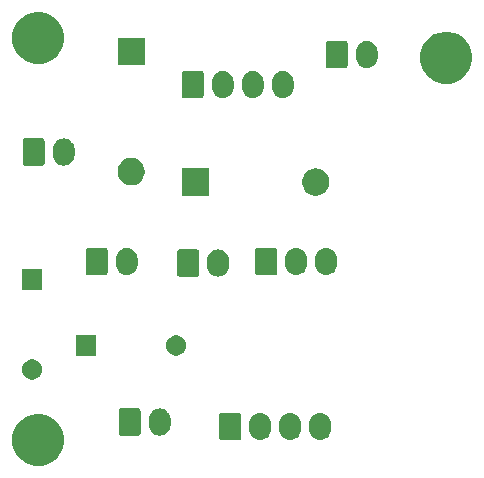
<source format=gbr>
G04 #@! TF.GenerationSoftware,KiCad,Pcbnew,(5.1.5-0-10_14)*
G04 #@! TF.CreationDate,2021-03-15T05:51:44+10:00*
G04 #@! TF.ProjectId,OH - Left Console - 14 - Auxiliary Power Unit Panel,4f48202d-204c-4656-9674-20436f6e736f,rev?*
G04 #@! TF.SameCoordinates,Original*
G04 #@! TF.FileFunction,Soldermask,Bot*
G04 #@! TF.FilePolarity,Negative*
%FSLAX46Y46*%
G04 Gerber Fmt 4.6, Leading zero omitted, Abs format (unit mm)*
G04 Created by KiCad (PCBNEW (5.1.5-0-10_14)) date 2021-03-15 05:51:44*
%MOMM*%
%LPD*%
G04 APERTURE LIST*
%ADD10C,0.100000*%
G04 APERTURE END LIST*
D10*
G36*
X142120007Y-78782582D02*
G01*
X142520563Y-78948498D01*
X142520565Y-78948499D01*
X142881056Y-79189371D01*
X143187629Y-79495944D01*
X143428501Y-79856435D01*
X143428502Y-79856437D01*
X143594418Y-80256993D01*
X143679000Y-80682219D01*
X143679000Y-81115781D01*
X143594418Y-81541007D01*
X143428502Y-81941563D01*
X143428501Y-81941565D01*
X143187629Y-82302056D01*
X142881056Y-82608629D01*
X142520565Y-82849501D01*
X142520564Y-82849502D01*
X142520563Y-82849502D01*
X142120007Y-83015418D01*
X141694781Y-83100000D01*
X141261219Y-83100000D01*
X140835993Y-83015418D01*
X140435437Y-82849502D01*
X140435436Y-82849502D01*
X140435435Y-82849501D01*
X140074944Y-82608629D01*
X139768371Y-82302056D01*
X139527499Y-81941565D01*
X139527498Y-81941563D01*
X139361582Y-81541007D01*
X139277000Y-81115781D01*
X139277000Y-80682219D01*
X139361582Y-80256993D01*
X139527498Y-79856437D01*
X139527499Y-79856435D01*
X139768371Y-79495944D01*
X140074944Y-79189371D01*
X140435435Y-78948499D01*
X140435437Y-78948498D01*
X140835993Y-78782582D01*
X141261219Y-78698000D01*
X141694781Y-78698000D01*
X142120007Y-78782582D01*
G37*
G36*
X160454547Y-78618326D02*
G01*
X160628156Y-78670990D01*
X160628158Y-78670991D01*
X160788155Y-78756511D01*
X160928397Y-78871603D01*
X160991502Y-78948498D01*
X161043489Y-79011844D01*
X161129010Y-79171843D01*
X161181674Y-79345452D01*
X161195000Y-79480756D01*
X161195000Y-80031243D01*
X161181674Y-80166548D01*
X161129010Y-80340157D01*
X161043489Y-80500156D01*
X161026452Y-80520915D01*
X160928397Y-80640397D01*
X160831729Y-80719729D01*
X160788156Y-80755489D01*
X160628157Y-80841010D01*
X160454548Y-80893674D01*
X160274000Y-80911456D01*
X160093453Y-80893674D01*
X159919844Y-80841010D01*
X159759845Y-80755489D01*
X159716272Y-80719729D01*
X159619604Y-80640397D01*
X159504513Y-80500157D01*
X159504512Y-80500155D01*
X159418990Y-80340157D01*
X159366326Y-80166548D01*
X159353000Y-80031244D01*
X159353000Y-79480757D01*
X159366326Y-79345453D01*
X159418990Y-79171844D01*
X159504511Y-79011845D01*
X159504512Y-79011844D01*
X159619603Y-78871603D01*
X159716271Y-78792271D01*
X159759844Y-78756511D01*
X159919843Y-78670990D01*
X160093452Y-78618326D01*
X160274000Y-78600544D01*
X160454547Y-78618326D01*
G37*
G36*
X162994547Y-78618326D02*
G01*
X163168156Y-78670990D01*
X163168158Y-78670991D01*
X163328155Y-78756511D01*
X163468397Y-78871603D01*
X163531502Y-78948498D01*
X163583489Y-79011844D01*
X163669010Y-79171843D01*
X163721674Y-79345452D01*
X163735000Y-79480756D01*
X163735000Y-80031243D01*
X163721674Y-80166548D01*
X163669010Y-80340157D01*
X163583489Y-80500156D01*
X163566452Y-80520915D01*
X163468397Y-80640397D01*
X163371729Y-80719729D01*
X163328156Y-80755489D01*
X163168157Y-80841010D01*
X162994548Y-80893674D01*
X162814000Y-80911456D01*
X162633453Y-80893674D01*
X162459844Y-80841010D01*
X162299845Y-80755489D01*
X162256272Y-80719729D01*
X162159604Y-80640397D01*
X162044513Y-80500157D01*
X162044512Y-80500155D01*
X161958990Y-80340157D01*
X161906326Y-80166548D01*
X161893000Y-80031244D01*
X161893000Y-79480757D01*
X161906326Y-79345453D01*
X161958990Y-79171844D01*
X162044511Y-79011845D01*
X162044512Y-79011844D01*
X162159603Y-78871603D01*
X162256271Y-78792271D01*
X162299844Y-78756511D01*
X162459843Y-78670990D01*
X162633452Y-78618326D01*
X162814000Y-78600544D01*
X162994547Y-78618326D01*
G37*
G36*
X165534547Y-78618326D02*
G01*
X165708156Y-78670990D01*
X165708158Y-78670991D01*
X165868155Y-78756511D01*
X166008397Y-78871603D01*
X166071502Y-78948498D01*
X166123489Y-79011844D01*
X166209010Y-79171843D01*
X166261674Y-79345452D01*
X166275000Y-79480756D01*
X166275000Y-80031243D01*
X166261674Y-80166548D01*
X166209010Y-80340157D01*
X166123489Y-80500156D01*
X166106452Y-80520915D01*
X166008397Y-80640397D01*
X165911729Y-80719729D01*
X165868156Y-80755489D01*
X165708157Y-80841010D01*
X165534548Y-80893674D01*
X165354000Y-80911456D01*
X165173453Y-80893674D01*
X164999844Y-80841010D01*
X164839845Y-80755489D01*
X164796272Y-80719729D01*
X164699604Y-80640397D01*
X164584513Y-80500157D01*
X164584512Y-80500155D01*
X164498990Y-80340157D01*
X164446326Y-80166548D01*
X164433000Y-80031244D01*
X164433000Y-79480757D01*
X164446326Y-79345453D01*
X164498990Y-79171844D01*
X164584511Y-79011845D01*
X164584512Y-79011844D01*
X164699603Y-78871603D01*
X164796271Y-78792271D01*
X164839844Y-78756511D01*
X164999843Y-78670990D01*
X165173452Y-78618326D01*
X165354000Y-78600544D01*
X165534547Y-78618326D01*
G37*
G36*
X158513561Y-78608966D02*
G01*
X158546383Y-78618923D01*
X158576632Y-78635092D01*
X158603148Y-78656852D01*
X158624908Y-78683368D01*
X158641077Y-78713617D01*
X158651034Y-78746439D01*
X158655000Y-78786713D01*
X158655000Y-80725287D01*
X158651034Y-80765561D01*
X158641077Y-80798383D01*
X158624908Y-80828632D01*
X158603148Y-80855148D01*
X158576632Y-80876908D01*
X158546383Y-80893077D01*
X158513561Y-80903034D01*
X158473287Y-80907000D01*
X156994713Y-80907000D01*
X156954439Y-80903034D01*
X156921617Y-80893077D01*
X156891368Y-80876908D01*
X156864852Y-80855148D01*
X156843092Y-80828632D01*
X156826923Y-80798383D01*
X156816966Y-80765561D01*
X156813000Y-80725287D01*
X156813000Y-78786713D01*
X156816966Y-78746439D01*
X156826923Y-78713617D01*
X156843092Y-78683368D01*
X156864852Y-78656852D01*
X156891368Y-78635092D01*
X156921617Y-78618923D01*
X156954439Y-78608966D01*
X156994713Y-78605000D01*
X158473287Y-78605000D01*
X158513561Y-78608966D01*
G37*
G36*
X151945547Y-78237326D02*
G01*
X152119156Y-78289990D01*
X152119158Y-78289991D01*
X152279155Y-78375511D01*
X152419397Y-78490603D01*
X152498729Y-78587271D01*
X152534489Y-78630844D01*
X152578732Y-78713617D01*
X152617803Y-78786713D01*
X152620010Y-78790843D01*
X152672674Y-78964452D01*
X152686000Y-79099756D01*
X152686000Y-79650243D01*
X152672674Y-79785548D01*
X152620010Y-79959157D01*
X152534489Y-80119156D01*
X152498729Y-80162729D01*
X152419397Y-80259397D01*
X152322729Y-80338729D01*
X152279156Y-80374489D01*
X152119157Y-80460010D01*
X151945548Y-80512674D01*
X151765000Y-80530456D01*
X151584453Y-80512674D01*
X151410844Y-80460010D01*
X151250845Y-80374489D01*
X151207272Y-80338729D01*
X151110604Y-80259397D01*
X150995513Y-80119157D01*
X150995512Y-80119155D01*
X150909990Y-79959157D01*
X150857326Y-79785548D01*
X150844000Y-79650244D01*
X150844000Y-79099757D01*
X150857326Y-78964453D01*
X150909990Y-78790844D01*
X150995511Y-78630845D01*
X151012548Y-78610085D01*
X151110603Y-78490603D01*
X151236388Y-78387375D01*
X151250844Y-78375511D01*
X151410843Y-78289990D01*
X151584452Y-78237326D01*
X151765000Y-78219544D01*
X151945547Y-78237326D01*
G37*
G36*
X150004561Y-78227966D02*
G01*
X150037383Y-78237923D01*
X150067632Y-78254092D01*
X150094148Y-78275852D01*
X150115908Y-78302368D01*
X150132077Y-78332617D01*
X150142034Y-78365439D01*
X150146000Y-78405713D01*
X150146000Y-80344287D01*
X150142034Y-80384561D01*
X150132077Y-80417383D01*
X150115908Y-80447632D01*
X150094148Y-80474148D01*
X150067632Y-80495908D01*
X150037383Y-80512077D01*
X150004561Y-80522034D01*
X149964287Y-80526000D01*
X148485713Y-80526000D01*
X148445439Y-80522034D01*
X148412617Y-80512077D01*
X148382368Y-80495908D01*
X148355852Y-80474148D01*
X148334092Y-80447632D01*
X148317923Y-80417383D01*
X148307966Y-80384561D01*
X148304000Y-80344287D01*
X148304000Y-78405713D01*
X148307966Y-78365439D01*
X148317923Y-78332617D01*
X148334092Y-78302368D01*
X148355852Y-78275852D01*
X148382368Y-78254092D01*
X148412617Y-78237923D01*
X148445439Y-78227966D01*
X148485713Y-78224000D01*
X149964287Y-78224000D01*
X150004561Y-78227966D01*
G37*
G36*
X141218228Y-74111703D02*
G01*
X141373100Y-74175853D01*
X141512481Y-74268985D01*
X141631015Y-74387519D01*
X141724147Y-74526900D01*
X141788297Y-74681772D01*
X141821000Y-74846184D01*
X141821000Y-75013816D01*
X141788297Y-75178228D01*
X141724147Y-75333100D01*
X141631015Y-75472481D01*
X141512481Y-75591015D01*
X141373100Y-75684147D01*
X141218228Y-75748297D01*
X141053816Y-75781000D01*
X140886184Y-75781000D01*
X140721772Y-75748297D01*
X140566900Y-75684147D01*
X140427519Y-75591015D01*
X140308985Y-75472481D01*
X140215853Y-75333100D01*
X140151703Y-75178228D01*
X140119000Y-75013816D01*
X140119000Y-74846184D01*
X140151703Y-74681772D01*
X140215853Y-74526900D01*
X140308985Y-74387519D01*
X140427519Y-74268985D01*
X140566900Y-74175853D01*
X140721772Y-74111703D01*
X140886184Y-74079000D01*
X141053816Y-74079000D01*
X141218228Y-74111703D01*
G37*
G36*
X146393000Y-73749000D02*
G01*
X144691000Y-73749000D01*
X144691000Y-72047000D01*
X146393000Y-72047000D01*
X146393000Y-73749000D01*
G37*
G36*
X153410228Y-72079703D02*
G01*
X153565100Y-72143853D01*
X153704481Y-72236985D01*
X153823015Y-72355519D01*
X153916147Y-72494900D01*
X153980297Y-72649772D01*
X154013000Y-72814184D01*
X154013000Y-72981816D01*
X153980297Y-73146228D01*
X153916147Y-73301100D01*
X153823015Y-73440481D01*
X153704481Y-73559015D01*
X153565100Y-73652147D01*
X153410228Y-73716297D01*
X153245816Y-73749000D01*
X153078184Y-73749000D01*
X152913772Y-73716297D01*
X152758900Y-73652147D01*
X152619519Y-73559015D01*
X152500985Y-73440481D01*
X152407853Y-73301100D01*
X152343703Y-73146228D01*
X152311000Y-72981816D01*
X152311000Y-72814184D01*
X152343703Y-72649772D01*
X152407853Y-72494900D01*
X152500985Y-72355519D01*
X152619519Y-72236985D01*
X152758900Y-72143853D01*
X152913772Y-72079703D01*
X153078184Y-72047000D01*
X153245816Y-72047000D01*
X153410228Y-72079703D01*
G37*
G36*
X141821000Y-68161000D02*
G01*
X140119000Y-68161000D01*
X140119000Y-66459000D01*
X141821000Y-66459000D01*
X141821000Y-68161000D01*
G37*
G36*
X156898547Y-64775326D02*
G01*
X157072156Y-64827990D01*
X157072158Y-64827991D01*
X157232155Y-64913511D01*
X157372397Y-65028603D01*
X157451729Y-65125271D01*
X157487489Y-65168844D01*
X157573010Y-65328843D01*
X157625674Y-65502452D01*
X157639000Y-65637756D01*
X157639000Y-66188243D01*
X157625674Y-66323548D01*
X157573010Y-66497157D01*
X157487489Y-66657156D01*
X157451729Y-66700729D01*
X157372397Y-66797397D01*
X157296741Y-66859485D01*
X157232156Y-66912489D01*
X157072157Y-66998010D01*
X156898548Y-67050674D01*
X156718000Y-67068456D01*
X156537453Y-67050674D01*
X156363844Y-66998010D01*
X156203845Y-66912489D01*
X156139260Y-66859485D01*
X156063604Y-66797397D01*
X155948513Y-66657157D01*
X155948512Y-66657155D01*
X155862990Y-66497157D01*
X155810326Y-66323548D01*
X155797818Y-66196546D01*
X155797000Y-66188245D01*
X155797000Y-65637756D01*
X155809508Y-65510756D01*
X155810326Y-65502453D01*
X155862990Y-65328844D01*
X155948511Y-65168845D01*
X155948512Y-65168844D01*
X156063603Y-65028603D01*
X156189388Y-64925375D01*
X156203844Y-64913511D01*
X156363843Y-64827990D01*
X156537452Y-64775326D01*
X156718000Y-64757544D01*
X156898547Y-64775326D01*
G37*
G36*
X154957561Y-64765966D02*
G01*
X154990383Y-64775923D01*
X155020632Y-64792092D01*
X155047148Y-64813852D01*
X155068908Y-64840368D01*
X155085077Y-64870617D01*
X155095034Y-64903439D01*
X155099000Y-64943713D01*
X155099000Y-66882287D01*
X155095034Y-66922561D01*
X155085077Y-66955383D01*
X155068908Y-66985632D01*
X155047148Y-67012148D01*
X155020632Y-67033908D01*
X154990383Y-67050077D01*
X154957561Y-67060034D01*
X154917287Y-67064000D01*
X153438713Y-67064000D01*
X153398439Y-67060034D01*
X153365617Y-67050077D01*
X153335368Y-67033908D01*
X153308852Y-67012148D01*
X153287092Y-66985632D01*
X153270923Y-66955383D01*
X153260966Y-66922561D01*
X153257000Y-66882287D01*
X153257000Y-64943713D01*
X153260966Y-64903439D01*
X153270923Y-64870617D01*
X153287092Y-64840368D01*
X153308852Y-64813852D01*
X153335368Y-64792092D01*
X153365617Y-64775923D01*
X153398439Y-64765966D01*
X153438713Y-64762000D01*
X154917287Y-64762000D01*
X154957561Y-64765966D01*
G37*
G36*
X149151547Y-64648326D02*
G01*
X149325156Y-64700990D01*
X149325158Y-64700991D01*
X149485155Y-64786511D01*
X149625397Y-64901603D01*
X149685650Y-64975023D01*
X149740489Y-65041844D01*
X149826010Y-65201843D01*
X149878674Y-65375452D01*
X149878674Y-65375454D01*
X149891183Y-65502455D01*
X149892000Y-65510756D01*
X149892000Y-66061243D01*
X149878674Y-66196548D01*
X149826010Y-66370157D01*
X149740489Y-66530156D01*
X149704729Y-66573729D01*
X149625397Y-66670397D01*
X149528729Y-66749729D01*
X149485156Y-66785489D01*
X149325157Y-66871010D01*
X149151548Y-66923674D01*
X148971000Y-66941456D01*
X148790453Y-66923674D01*
X148616844Y-66871010D01*
X148456845Y-66785489D01*
X148413272Y-66749729D01*
X148316604Y-66670397D01*
X148201513Y-66530157D01*
X148201512Y-66530155D01*
X148115990Y-66370157D01*
X148063326Y-66196548D01*
X148050000Y-66061244D01*
X148050000Y-65510757D01*
X148063326Y-65375453D01*
X148115990Y-65201844D01*
X148201511Y-65041845D01*
X148201512Y-65041844D01*
X148316603Y-64901603D01*
X148423529Y-64813852D01*
X148456844Y-64786511D01*
X148616843Y-64700990D01*
X148790452Y-64648326D01*
X148971000Y-64630544D01*
X149151547Y-64648326D01*
G37*
G36*
X163502547Y-64648326D02*
G01*
X163676156Y-64700990D01*
X163676158Y-64700991D01*
X163836155Y-64786511D01*
X163976397Y-64901603D01*
X164036650Y-64975023D01*
X164091489Y-65041844D01*
X164177010Y-65201843D01*
X164229674Y-65375452D01*
X164229674Y-65375454D01*
X164242183Y-65502455D01*
X164243000Y-65510756D01*
X164243000Y-66061243D01*
X164229674Y-66196548D01*
X164177010Y-66370157D01*
X164091489Y-66530156D01*
X164055729Y-66573729D01*
X163976397Y-66670397D01*
X163879729Y-66749729D01*
X163836156Y-66785489D01*
X163676157Y-66871010D01*
X163502548Y-66923674D01*
X163322000Y-66941456D01*
X163141453Y-66923674D01*
X162967844Y-66871010D01*
X162807845Y-66785489D01*
X162764272Y-66749729D01*
X162667604Y-66670397D01*
X162552513Y-66530157D01*
X162552512Y-66530155D01*
X162466990Y-66370157D01*
X162414326Y-66196548D01*
X162401000Y-66061244D01*
X162401000Y-65510757D01*
X162414326Y-65375453D01*
X162466990Y-65201844D01*
X162552511Y-65041845D01*
X162552512Y-65041844D01*
X162667603Y-64901603D01*
X162774529Y-64813852D01*
X162807844Y-64786511D01*
X162967843Y-64700990D01*
X163141452Y-64648326D01*
X163322000Y-64630544D01*
X163502547Y-64648326D01*
G37*
G36*
X166042547Y-64648326D02*
G01*
X166216156Y-64700990D01*
X166216158Y-64700991D01*
X166376155Y-64786511D01*
X166516397Y-64901603D01*
X166576650Y-64975023D01*
X166631489Y-65041844D01*
X166717010Y-65201843D01*
X166769674Y-65375452D01*
X166769674Y-65375454D01*
X166782183Y-65502455D01*
X166783000Y-65510756D01*
X166783000Y-66061243D01*
X166769674Y-66196548D01*
X166717010Y-66370157D01*
X166631489Y-66530156D01*
X166595729Y-66573729D01*
X166516397Y-66670397D01*
X166419729Y-66749729D01*
X166376156Y-66785489D01*
X166216157Y-66871010D01*
X166042548Y-66923674D01*
X165862000Y-66941456D01*
X165681453Y-66923674D01*
X165507844Y-66871010D01*
X165347845Y-66785489D01*
X165304272Y-66749729D01*
X165207604Y-66670397D01*
X165092513Y-66530157D01*
X165092512Y-66530155D01*
X165006990Y-66370157D01*
X164954326Y-66196548D01*
X164941000Y-66061244D01*
X164941000Y-65510757D01*
X164954326Y-65375453D01*
X165006990Y-65201844D01*
X165092511Y-65041845D01*
X165092512Y-65041844D01*
X165207603Y-64901603D01*
X165314529Y-64813852D01*
X165347844Y-64786511D01*
X165507843Y-64700990D01*
X165681452Y-64648326D01*
X165862000Y-64630544D01*
X166042547Y-64648326D01*
G37*
G36*
X161561561Y-64638966D02*
G01*
X161594383Y-64648923D01*
X161624632Y-64665092D01*
X161651148Y-64686852D01*
X161672908Y-64713368D01*
X161689077Y-64743617D01*
X161699034Y-64776439D01*
X161703000Y-64816713D01*
X161703000Y-66755287D01*
X161699034Y-66795561D01*
X161689077Y-66828383D01*
X161672908Y-66858632D01*
X161651148Y-66885148D01*
X161624632Y-66906908D01*
X161594383Y-66923077D01*
X161561561Y-66933034D01*
X161521287Y-66937000D01*
X160042713Y-66937000D01*
X160002439Y-66933034D01*
X159969617Y-66923077D01*
X159939368Y-66906908D01*
X159912852Y-66885148D01*
X159891092Y-66858632D01*
X159874923Y-66828383D01*
X159864966Y-66795561D01*
X159861000Y-66755287D01*
X159861000Y-64816713D01*
X159864966Y-64776439D01*
X159874923Y-64743617D01*
X159891092Y-64713368D01*
X159912852Y-64686852D01*
X159939368Y-64665092D01*
X159969617Y-64648923D01*
X160002439Y-64638966D01*
X160042713Y-64635000D01*
X161521287Y-64635000D01*
X161561561Y-64638966D01*
G37*
G36*
X147210561Y-64638966D02*
G01*
X147243383Y-64648923D01*
X147273632Y-64665092D01*
X147300148Y-64686852D01*
X147321908Y-64713368D01*
X147338077Y-64743617D01*
X147348034Y-64776439D01*
X147352000Y-64816713D01*
X147352000Y-66755287D01*
X147348034Y-66795561D01*
X147338077Y-66828383D01*
X147321908Y-66858632D01*
X147300148Y-66885148D01*
X147273632Y-66906908D01*
X147243383Y-66923077D01*
X147210561Y-66933034D01*
X147170287Y-66937000D01*
X145691713Y-66937000D01*
X145651439Y-66933034D01*
X145618617Y-66923077D01*
X145588368Y-66906908D01*
X145561852Y-66885148D01*
X145540092Y-66858632D01*
X145523923Y-66828383D01*
X145513966Y-66795561D01*
X145510000Y-66755287D01*
X145510000Y-64816713D01*
X145513966Y-64776439D01*
X145523923Y-64743617D01*
X145540092Y-64713368D01*
X145561852Y-64686852D01*
X145588368Y-64665092D01*
X145618617Y-64648923D01*
X145651439Y-64638966D01*
X145691713Y-64635000D01*
X147170287Y-64635000D01*
X147210561Y-64638966D01*
G37*
G36*
X155964000Y-60206000D02*
G01*
X153662000Y-60206000D01*
X153662000Y-57904000D01*
X155964000Y-57904000D01*
X155964000Y-60206000D01*
G37*
G36*
X165197549Y-57926116D02*
G01*
X165308734Y-57948232D01*
X165518203Y-58034997D01*
X165706720Y-58160960D01*
X165867040Y-58321280D01*
X165987615Y-58501734D01*
X165993004Y-58509799D01*
X166079768Y-58719267D01*
X166124000Y-58941635D01*
X166124000Y-59168365D01*
X166120491Y-59186004D01*
X166079768Y-59390734D01*
X165993003Y-59600203D01*
X165867040Y-59788720D01*
X165706720Y-59949040D01*
X165518203Y-60075003D01*
X165308734Y-60161768D01*
X165197549Y-60183884D01*
X165086365Y-60206000D01*
X164859635Y-60206000D01*
X164748451Y-60183884D01*
X164637266Y-60161768D01*
X164427797Y-60075003D01*
X164239280Y-59949040D01*
X164078960Y-59788720D01*
X163952997Y-59600203D01*
X163866232Y-59390734D01*
X163825509Y-59186004D01*
X163822000Y-59168365D01*
X163822000Y-58941635D01*
X163866232Y-58719267D01*
X163952996Y-58509799D01*
X163958385Y-58501734D01*
X164078960Y-58321280D01*
X164239280Y-58160960D01*
X164427797Y-58034997D01*
X164637266Y-57948232D01*
X164748451Y-57926116D01*
X164859635Y-57904000D01*
X165086365Y-57904000D01*
X165197549Y-57926116D01*
G37*
G36*
X149576549Y-57037116D02*
G01*
X149687734Y-57059232D01*
X149897203Y-57145997D01*
X150085720Y-57271960D01*
X150246040Y-57432280D01*
X150372003Y-57620797D01*
X150458768Y-57830266D01*
X150480884Y-57941451D01*
X150503000Y-58052635D01*
X150503000Y-58279365D01*
X150494662Y-58321281D01*
X150458768Y-58501734D01*
X150372003Y-58711203D01*
X150246040Y-58899720D01*
X150085720Y-59060040D01*
X149897203Y-59186003D01*
X149687734Y-59272768D01*
X149576549Y-59294884D01*
X149465365Y-59317000D01*
X149238635Y-59317000D01*
X149127451Y-59294884D01*
X149016266Y-59272768D01*
X148806797Y-59186003D01*
X148618280Y-59060040D01*
X148457960Y-58899720D01*
X148331997Y-58711203D01*
X148245232Y-58501734D01*
X148209338Y-58321281D01*
X148201000Y-58279365D01*
X148201000Y-58052635D01*
X148223116Y-57941451D01*
X148245232Y-57830266D01*
X148331997Y-57620797D01*
X148457960Y-57432280D01*
X148618280Y-57271960D01*
X148806797Y-57145997D01*
X149016266Y-57059232D01*
X149127451Y-57037116D01*
X149238635Y-57015000D01*
X149465365Y-57015000D01*
X149576549Y-57037116D01*
G37*
G36*
X143817547Y-55377326D02*
G01*
X143991156Y-55429990D01*
X143991158Y-55429991D01*
X144151155Y-55515511D01*
X144291397Y-55630603D01*
X144370729Y-55727271D01*
X144406489Y-55770844D01*
X144492010Y-55930843D01*
X144544674Y-56104452D01*
X144558000Y-56239756D01*
X144558000Y-56790243D01*
X144544674Y-56925548D01*
X144492010Y-57099157D01*
X144406489Y-57259156D01*
X144370729Y-57302729D01*
X144291397Y-57399397D01*
X144194729Y-57478729D01*
X144151156Y-57514489D01*
X143991157Y-57600010D01*
X143817548Y-57652674D01*
X143637000Y-57670456D01*
X143456453Y-57652674D01*
X143282844Y-57600010D01*
X143122845Y-57514489D01*
X143079272Y-57478729D01*
X142982604Y-57399397D01*
X142867513Y-57259157D01*
X142867512Y-57259155D01*
X142781990Y-57099157D01*
X142729326Y-56925548D01*
X142716000Y-56790244D01*
X142716000Y-56239757D01*
X142729326Y-56104453D01*
X142781990Y-55930844D01*
X142867511Y-55770845D01*
X142867512Y-55770844D01*
X142982603Y-55630603D01*
X143108388Y-55527375D01*
X143122844Y-55515511D01*
X143282843Y-55429990D01*
X143456452Y-55377326D01*
X143637000Y-55359544D01*
X143817547Y-55377326D01*
G37*
G36*
X141876561Y-55367966D02*
G01*
X141909383Y-55377923D01*
X141939632Y-55394092D01*
X141966148Y-55415852D01*
X141987908Y-55442368D01*
X142004077Y-55472617D01*
X142014034Y-55505439D01*
X142018000Y-55545713D01*
X142018000Y-57484287D01*
X142014034Y-57524561D01*
X142004077Y-57557383D01*
X141987908Y-57587632D01*
X141966148Y-57614148D01*
X141939632Y-57635908D01*
X141909383Y-57652077D01*
X141876561Y-57662034D01*
X141836287Y-57666000D01*
X140357713Y-57666000D01*
X140317439Y-57662034D01*
X140284617Y-57652077D01*
X140254368Y-57635908D01*
X140227852Y-57614148D01*
X140206092Y-57587632D01*
X140189923Y-57557383D01*
X140179966Y-57524561D01*
X140176000Y-57484287D01*
X140176000Y-55545713D01*
X140179966Y-55505439D01*
X140189923Y-55472617D01*
X140206092Y-55442368D01*
X140227852Y-55415852D01*
X140254368Y-55394092D01*
X140284617Y-55377923D01*
X140317439Y-55367966D01*
X140357713Y-55364000D01*
X141836287Y-55364000D01*
X141876561Y-55367966D01*
G37*
G36*
X162359547Y-49662326D02*
G01*
X162533156Y-49714990D01*
X162533158Y-49714991D01*
X162693155Y-49800511D01*
X162833397Y-49915603D01*
X162912729Y-50012271D01*
X162948489Y-50055844D01*
X163034010Y-50215843D01*
X163086674Y-50389452D01*
X163100000Y-50524756D01*
X163100000Y-51075243D01*
X163086674Y-51210548D01*
X163034010Y-51384157D01*
X162948489Y-51544156D01*
X162912729Y-51587729D01*
X162833397Y-51684397D01*
X162736729Y-51763729D01*
X162693156Y-51799489D01*
X162533157Y-51885010D01*
X162359548Y-51937674D01*
X162179000Y-51955456D01*
X161998453Y-51937674D01*
X161824844Y-51885010D01*
X161664845Y-51799489D01*
X161621272Y-51763729D01*
X161524604Y-51684397D01*
X161409513Y-51544157D01*
X161409512Y-51544155D01*
X161323990Y-51384157D01*
X161271326Y-51210548D01*
X161258000Y-51075244D01*
X161258000Y-50524757D01*
X161271326Y-50389453D01*
X161323990Y-50215844D01*
X161409511Y-50055845D01*
X161409512Y-50055844D01*
X161524603Y-49915603D01*
X161650388Y-49812375D01*
X161664844Y-49800511D01*
X161824843Y-49714990D01*
X161998452Y-49662326D01*
X162179000Y-49644544D01*
X162359547Y-49662326D01*
G37*
G36*
X159819547Y-49662326D02*
G01*
X159993156Y-49714990D01*
X159993158Y-49714991D01*
X160153155Y-49800511D01*
X160293397Y-49915603D01*
X160372729Y-50012271D01*
X160408489Y-50055844D01*
X160494010Y-50215843D01*
X160546674Y-50389452D01*
X160560000Y-50524756D01*
X160560000Y-51075243D01*
X160546674Y-51210548D01*
X160494010Y-51384157D01*
X160408489Y-51544156D01*
X160372729Y-51587729D01*
X160293397Y-51684397D01*
X160196729Y-51763729D01*
X160153156Y-51799489D01*
X159993157Y-51885010D01*
X159819548Y-51937674D01*
X159639000Y-51955456D01*
X159458453Y-51937674D01*
X159284844Y-51885010D01*
X159124845Y-51799489D01*
X159081272Y-51763729D01*
X158984604Y-51684397D01*
X158869513Y-51544157D01*
X158869512Y-51544155D01*
X158783990Y-51384157D01*
X158731326Y-51210548D01*
X158718000Y-51075244D01*
X158718000Y-50524757D01*
X158731326Y-50389453D01*
X158783990Y-50215844D01*
X158869511Y-50055845D01*
X158869512Y-50055844D01*
X158984603Y-49915603D01*
X159110388Y-49812375D01*
X159124844Y-49800511D01*
X159284843Y-49714990D01*
X159458452Y-49662326D01*
X159639000Y-49644544D01*
X159819547Y-49662326D01*
G37*
G36*
X157279547Y-49662326D02*
G01*
X157453156Y-49714990D01*
X157453158Y-49714991D01*
X157613155Y-49800511D01*
X157753397Y-49915603D01*
X157832729Y-50012271D01*
X157868489Y-50055844D01*
X157954010Y-50215843D01*
X158006674Y-50389452D01*
X158020000Y-50524756D01*
X158020000Y-51075243D01*
X158006674Y-51210548D01*
X157954010Y-51384157D01*
X157868489Y-51544156D01*
X157832729Y-51587729D01*
X157753397Y-51684397D01*
X157656729Y-51763729D01*
X157613156Y-51799489D01*
X157453157Y-51885010D01*
X157279548Y-51937674D01*
X157099000Y-51955456D01*
X156918453Y-51937674D01*
X156744844Y-51885010D01*
X156584845Y-51799489D01*
X156541272Y-51763729D01*
X156444604Y-51684397D01*
X156329513Y-51544157D01*
X156329512Y-51544155D01*
X156243990Y-51384157D01*
X156191326Y-51210548D01*
X156178000Y-51075244D01*
X156178000Y-50524757D01*
X156191326Y-50389453D01*
X156243990Y-50215844D01*
X156329511Y-50055845D01*
X156329512Y-50055844D01*
X156444603Y-49915603D01*
X156570388Y-49812375D01*
X156584844Y-49800511D01*
X156744843Y-49714990D01*
X156918452Y-49662326D01*
X157099000Y-49644544D01*
X157279547Y-49662326D01*
G37*
G36*
X155338561Y-49652966D02*
G01*
X155371383Y-49662923D01*
X155401632Y-49679092D01*
X155428148Y-49700852D01*
X155449908Y-49727368D01*
X155466077Y-49757617D01*
X155476034Y-49790439D01*
X155480000Y-49830713D01*
X155480000Y-51769287D01*
X155476034Y-51809561D01*
X155466077Y-51842383D01*
X155449908Y-51872632D01*
X155428148Y-51899148D01*
X155401632Y-51920908D01*
X155371383Y-51937077D01*
X155338561Y-51947034D01*
X155298287Y-51951000D01*
X153819713Y-51951000D01*
X153779439Y-51947034D01*
X153746617Y-51937077D01*
X153716368Y-51920908D01*
X153689852Y-51899148D01*
X153668092Y-51872632D01*
X153651923Y-51842383D01*
X153641966Y-51809561D01*
X153638000Y-51769287D01*
X153638000Y-49830713D01*
X153641966Y-49790439D01*
X153651923Y-49757617D01*
X153668092Y-49727368D01*
X153689852Y-49700852D01*
X153716368Y-49679092D01*
X153746617Y-49662923D01*
X153779439Y-49652966D01*
X153819713Y-49649000D01*
X155298287Y-49649000D01*
X155338561Y-49652966D01*
G37*
G36*
X176664007Y-46397582D02*
G01*
X177064563Y-46563498D01*
X177064565Y-46563499D01*
X177425056Y-46804371D01*
X177731629Y-47110944D01*
X177972501Y-47471435D01*
X177972502Y-47471437D01*
X178138418Y-47871993D01*
X178223000Y-48297219D01*
X178223000Y-48730781D01*
X178138418Y-49156007D01*
X177972502Y-49556563D01*
X177972501Y-49556565D01*
X177731629Y-49917056D01*
X177425056Y-50223629D01*
X177064565Y-50464501D01*
X177064564Y-50464502D01*
X177064563Y-50464502D01*
X176664007Y-50630418D01*
X176238781Y-50715000D01*
X175805219Y-50715000D01*
X175379993Y-50630418D01*
X174979437Y-50464502D01*
X174979436Y-50464502D01*
X174979435Y-50464501D01*
X174618944Y-50223629D01*
X174312371Y-49917056D01*
X174071499Y-49556565D01*
X174071498Y-49556563D01*
X173905582Y-49156007D01*
X173821000Y-48730781D01*
X173821000Y-48297219D01*
X173905582Y-47871993D01*
X174071498Y-47471437D01*
X174071499Y-47471435D01*
X174312371Y-47110944D01*
X174618944Y-46804371D01*
X174979435Y-46563499D01*
X174979437Y-46563498D01*
X175379993Y-46397582D01*
X175805219Y-46313000D01*
X176238781Y-46313000D01*
X176664007Y-46397582D01*
G37*
G36*
X169471547Y-47122326D02*
G01*
X169645156Y-47174990D01*
X169645158Y-47174991D01*
X169805155Y-47260511D01*
X169945397Y-47375603D01*
X170024043Y-47471435D01*
X170060489Y-47515844D01*
X170146010Y-47675843D01*
X170198674Y-47849452D01*
X170212000Y-47984756D01*
X170212000Y-48535243D01*
X170198674Y-48670548D01*
X170146010Y-48844157D01*
X170060489Y-49004156D01*
X170024729Y-49047729D01*
X169945397Y-49144397D01*
X169848729Y-49223729D01*
X169805156Y-49259489D01*
X169645157Y-49345010D01*
X169471548Y-49397674D01*
X169291000Y-49415456D01*
X169110453Y-49397674D01*
X168936844Y-49345010D01*
X168776845Y-49259489D01*
X168733272Y-49223729D01*
X168636604Y-49144397D01*
X168521513Y-49004157D01*
X168521512Y-49004155D01*
X168435990Y-48844157D01*
X168383326Y-48670548D01*
X168370000Y-48535244D01*
X168370000Y-47984757D01*
X168383326Y-47849453D01*
X168435990Y-47675844D01*
X168521511Y-47515845D01*
X168530405Y-47505008D01*
X168636603Y-47375603D01*
X168762388Y-47272375D01*
X168776844Y-47260511D01*
X168936843Y-47174990D01*
X169110452Y-47122326D01*
X169291000Y-47104544D01*
X169471547Y-47122326D01*
G37*
G36*
X167530561Y-47112966D02*
G01*
X167563383Y-47122923D01*
X167593632Y-47139092D01*
X167620148Y-47160852D01*
X167641908Y-47187368D01*
X167658077Y-47217617D01*
X167668034Y-47250439D01*
X167672000Y-47290713D01*
X167672000Y-49229287D01*
X167668034Y-49269561D01*
X167658077Y-49302383D01*
X167641908Y-49332632D01*
X167620148Y-49359148D01*
X167593632Y-49380908D01*
X167563383Y-49397077D01*
X167530561Y-49407034D01*
X167490287Y-49411000D01*
X166011713Y-49411000D01*
X165971439Y-49407034D01*
X165938617Y-49397077D01*
X165908368Y-49380908D01*
X165881852Y-49359148D01*
X165860092Y-49332632D01*
X165843923Y-49302383D01*
X165833966Y-49269561D01*
X165830000Y-49229287D01*
X165830000Y-47290713D01*
X165833966Y-47250439D01*
X165843923Y-47217617D01*
X165860092Y-47187368D01*
X165881852Y-47160852D01*
X165908368Y-47139092D01*
X165938617Y-47122923D01*
X165971439Y-47112966D01*
X166011713Y-47109000D01*
X167490287Y-47109000D01*
X167530561Y-47112966D01*
G37*
G36*
X150503000Y-49157000D02*
G01*
X148201000Y-49157000D01*
X148201000Y-46855000D01*
X150503000Y-46855000D01*
X150503000Y-49157000D01*
G37*
G36*
X142120007Y-44746582D02*
G01*
X142520563Y-44912498D01*
X142520565Y-44912499D01*
X142881056Y-45153371D01*
X143187629Y-45459944D01*
X143428501Y-45820435D01*
X143428502Y-45820437D01*
X143594418Y-46220993D01*
X143679000Y-46646219D01*
X143679000Y-47079781D01*
X143594418Y-47505007D01*
X143442407Y-47871993D01*
X143428501Y-47905565D01*
X143187629Y-48266056D01*
X142881056Y-48572629D01*
X142520565Y-48813501D01*
X142520564Y-48813502D01*
X142520563Y-48813502D01*
X142120007Y-48979418D01*
X141694781Y-49064000D01*
X141261219Y-49064000D01*
X140835993Y-48979418D01*
X140435437Y-48813502D01*
X140435436Y-48813502D01*
X140435435Y-48813501D01*
X140074944Y-48572629D01*
X139768371Y-48266056D01*
X139527499Y-47905565D01*
X139513593Y-47871993D01*
X139361582Y-47505007D01*
X139277000Y-47079781D01*
X139277000Y-46646219D01*
X139361582Y-46220993D01*
X139527498Y-45820437D01*
X139527499Y-45820435D01*
X139768371Y-45459944D01*
X140074944Y-45153371D01*
X140435435Y-44912499D01*
X140435437Y-44912498D01*
X140835993Y-44746582D01*
X141261219Y-44662000D01*
X141694781Y-44662000D01*
X142120007Y-44746582D01*
G37*
M02*

</source>
